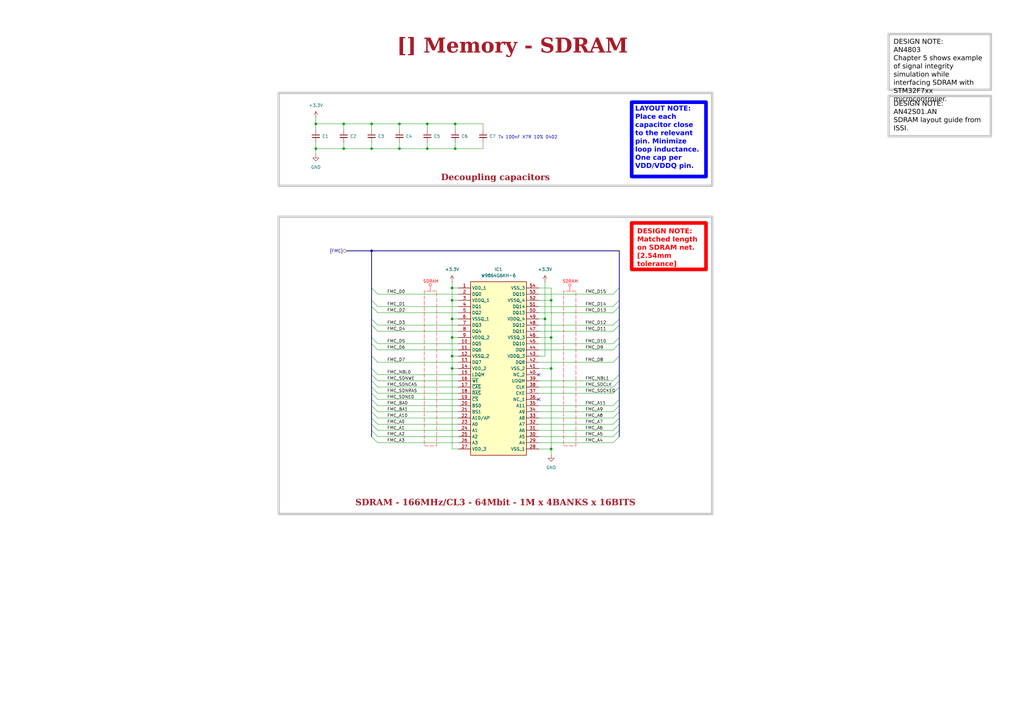
<source format=kicad_sch>
(kicad_sch (version 20250114) (generator "eeschema") (generator_version "9.0")
  (paper "A3")
  (title_block (title "Memory - SDRAM") (rev "${REVISION}") (company "${COMPANY}"))
  (lib_symbols
    (symbol "0_capacitors:CL05B104KO5NNNC" (pin_numbers (hide yes)) (pin_names (offset 0.254) (hide yes))
      (property "Reference" "C" (at 0.254 1.778 0))
      (property "Value" "100nF" (at 0.254 -2.032 0))
      (symbol "CL05B104KO5NNNC_0_1"
        (polyline (pts (xy -1.524 0.508) (xy 1.524 0.508)) (stroke (width 0.3048)))
        (polyline (pts (xy -1.524 -0.508) (xy 1.524 -0.508)) (stroke (width 0.3302)))
      )
      (symbol "CL05B104KO5NNNC_1_1"
        (pin passive line (at 0 2.54 270) (length 2.032) (name "~") (number "1"))
        (pin passive line (at 0 -2.54 90) (length 2.032) (name "~") (number "2"))
      )
    )
    (symbol "0_integrated_circuits:W9864G6KH-6"
      (property "Reference" "IC" (at 29.21 7.62 0))
      (property "Value" "W9864G6KH-6" (at 29.21 5.08 0))
      (symbol "W9864G6KH-6_1_1"
        (rectangle (start 5.08 2.54) (end 27.94 -68.58) (stroke (width 0.254)) (fill (type background)))
        (pin passive line (at 0 0 0) (length 5.08) (name "VDD_1") (number "1"))
        (pin passive line (at 0 -2.54 0) (length 5.08) (name "DQ0") (number "2"))
        (pin passive line (at 0 -5.08 0) (length 5.08) (name "VDDQ_1") (number "3"))
        (pin passive line (at 0 -7.62 0) (length 5.08) (name "DQ1") (number "4"))
        (pin passive line (at 0 -10.16 0) (length 5.08) (name "DQ2") (number "5"))
        (pin passive line (at 0 -12.7 0) (length 5.08) (name "VSSQ_1") (number "6"))
        (pin passive line (at 0 -15.24 0) (length 5.08) (name "DQ3") (number "7"))
        (pin passive line (at 0 -17.78 0) (length 5.08) (name "DQ4") (number "8"))
        (pin passive line (at 0 -20.32 0) (length 5.08) (name "VDDQ_2") (number "9"))
        (pin passive line (at 0 -22.86 0) (length 5.08) (name "DQ5") (number "10"))
        (pin passive line (at 0 -25.4 0) (length 5.08) (name "DQ6") (number "11"))
        (pin passive line (at 0 -27.94 0) (length 5.08) (name "VSSQ_2") (number "12"))
        (pin passive line (at 0 -30.48 0) (length 5.08) (name "DQ7") (number "13"))
        (pin passive line (at 0 -33.02 0) (length 5.08) (name "VDD_2") (number "14"))
        (pin passive line (at 0 -35.56 0) (length 5.08) (name "LDQM") (number "15"))
        (pin passive line (at 0 -38.1 0) (length 5.08) (name "~{WE}") (number "16"))
        (pin passive line (at 0 -40.64 0) (length 5.08) (name "~{CAS}") (number "17"))
        (pin passive line (at 0 -43.18 0) (length 5.08) (name "~{RAS}") (number "18"))
        (pin passive line (at 0 -45.72 0) (length 5.08) (name "~{CS}") (number "19"))
        (pin passive line (at 0 -48.26 0) (length 5.08) (name "BS0") (number "20"))
        (pin passive line (at 0 -50.8 0) (length 5.08) (name "BS1") (number "21"))
        (pin passive line (at 0 -53.34 0) (length 5.08) (name "A10/AP") (number "22"))
        (pin passive line (at 0 -55.88 0) (length 5.08) (name "A0") (number "23"))
        (pin passive line (at 0 -58.42 0) (length 5.08) (name "A1") (number "24"))
        (pin passive line (at 0 -60.96 0) (length 5.08) (name "A2") (number "25"))
        (pin passive line (at 0 -63.5 0) (length 5.08) (name "A3") (number "26"))
        (pin passive line (at 0 -66.04 0) (length 5.08) (name "VDD_3") (number "27"))
        (pin passive line (at 33.02 0 180) (length 5.08) (name "VSS_3") (number "54"))
        (pin passive line (at 33.02 -2.54 180) (length 5.08) (name "DQ15") (number "53"))
        (pin passive line (at 33.02 -5.08 180) (length 5.08) (name "VSSQ_4") (number "52"))
        (pin passive line (at 33.02 -7.62 180) (length 5.08) (name "DQ14") (number "51"))
        (pin passive line (at 33.02 -10.16 180) (length 5.08) (name "DQ13") (number "50"))
        (pin passive line (at 33.02 -12.7 180) (length 5.08) (name "VDDQ_4") (number "49"))
        (pin passive line (at 33.02 -15.24 180) (length 5.08) (name "DQ12") (number "48"))
        (pin passive line (at 33.02 -17.78 180) (length 5.08) (name "DQ11") (number "47"))
        (pin passive line (at 33.02 -20.32 180) (length 5.08) (name "VSSQ_3") (number "46"))
        (pin passive line (at 33.02 -22.86 180) (length 5.08) (name "DQ10") (number "45"))
        (pin passive line (at 33.02 -25.4 180) (length 5.08) (name "DQ9") (number "44"))
        (pin passive line (at 33.02 -27.94 180) (length 5.08) (name "VDDQ_3") (number "43"))
        (pin passive line (at 33.02 -30.48 180) (length 5.08) (name "DQ8") (number "42"))
        (pin passive line (at 33.02 -33.02 180) (length 5.08) (name "VSS_2") (number "41"))
        (pin passive line (at 33.02 -35.56 180) (length 5.08) (name "NC_2") (number "40"))
        (pin passive line (at 33.02 -38.1 180) (length 5.08) (name "UDQM") (number "39"))
        (pin passive line (at 33.02 -40.64 180) (length 5.08) (name "CLK") (number "38"))
        (pin passive line (at 33.02 -43.18 180) (length 5.08) (name "CKE") (number "37"))
        (pin passive line (at 33.02 -45.72 180) (length 5.08) (name "NC_1") (number "36"))
        (pin passive line (at 33.02 -48.26 180) (length 5.08) (name "A11") (number "35"))
        (pin passive line (at 33.02 -50.8 180) (length 5.08) (name "A9") (number "34"))
        (pin passive line (at 33.02 -53.34 180) (length 5.08) (name "A8") (number "33"))
        (pin passive line (at 33.02 -55.88 180) (length 5.08) (name "A7") (number "32"))
        (pin passive line (at 33.02 -58.42 180) (length 5.08) (name "A6") (number "31"))
        (pin passive line (at 33.02 -60.96 180) (length 5.08) (name "A5") (number "30"))
        (pin passive line (at 33.02 -63.5 180) (length 5.08) (name "A4") (number "29"))
        (pin passive line (at 33.02 -66.04 180) (length 5.08) (name "VSS_1") (number "28"))
      )
    )
    (symbol "power:+3.3V" (power) (pin_numbers (hide yes)) (pin_names (offset 0) (hide yes))
      (property "Value" "+3.3V" (at 0 3.556 0))
      (symbol "+3.3V_0_1"
        (polyline (pts (xy -0.762 1.27) (xy 0 2.54)))
        (polyline (pts (xy 0 2.54) (xy 0.762 1.27)))
        (polyline (pts (xy 0 0) (xy 0 2.54)))
      )
      (symbol "+3.3V_1_1"
        (pin power_in line (at 0 0 90) (length 0) (name "~") (number "1"))
      )
    )
    (symbol "power:GND" (power) (pin_numbers (hide yes)) (pin_names (offset 0) (hide yes))
      (property "Value" "GND" (at 0 -3.81 0))
      (symbol "GND_0_1"
        (polyline (pts (xy 0 0) (xy 0 -1.27) (xy 1.27 -1.27) (xy 0 -2.54) (xy -1.27 -1.27) (xy 0 -1.27)))
      )
      (symbol "GND_1_1"
        (pin power_in line (at 0 0 270) (length 0) (name "~") (number "1"))
      )
    )
  )
  (rectangle (start 114.3 38.1) (end 292.1 76.2) (stroke (width 1) (color 200 200 200 1)))
  (rectangle (start 114.3 88.9) (end 292.1 210.82) (stroke (width 1) (color 200 200 200 1)))
  (text "7x 100nF X7R 10% 0402" (at 216.408 56.388 0) (effects (font (size 1.27 1.27))))
  (text_box "DESIGN NOTE:\nMatched length on SDRAM net.\n[2.54mm tolerance]" (at 259.08 91.44 0) (size 30.48 19.05) (margins 2.25 2.25 2.25 2.25) (stroke (width 1.5) (color 255 0 0 1)) (effects (font (size 2 2) (thickness 0.4) (bold yes)) (justify left top)))
  (text_box "SDRAM - 166MHz/CL3 - 64Mbit - 1M x 4BANKS x 16BITS" (at 114.3 200.025 0) (size 177.8 9.525) (margins 1.9049 1.9049 1.9049 1.9049) (stroke (width -0.0001)) (effects (font (size 2.54 2.54) (thickness 0.508) (bold yes)) (justify bottom)))
  (text_box "[${#}] ${TITLE}" (at 12.7 12.7 0) (size 394.97 12.7) (margins 4.4999 4.4999 4.4999 4.4999) (stroke (width -0.0001)) (effects (font (size 6 6) (thickness 1.2) (bold yes))))
  (text_box "DESIGN NOTE:\nAN4803\nChapter 5 shows example of signal integrity simulation while interfacing SDRAM with STM32F7xx microcontroller." (at 364.49 13.97 0) (size 41.91 22.86) (margins 2 2 2 2) (stroke (width 1) (color 200 200 200 1)) (effects (font (size 2 2)) (justify left top)))
  (text_box "LAYOUT NOTE:\nPlace each capacitor close to the relevant pin. Minimize loop inductance.\nOne cap per VDD/VDDQ pin." (at 259.08 41.91 0) (size 30.48 30.48) (margins 1.4525 1.4525 1.4525 1.4525) (stroke (width 1.5) (color 0 0 255 1)) (effects (font (size 2 2) (thickness 0.4) (bold yes)) (justify left top)))
  (text_box "DESIGN NOTE:\nAN42S01.AN\nSDRAM layout guide from ISSI." (at 364.49 39.37 0) (size 41.91 16.51) (margins 2 2 2 2) (stroke (width 1) (color 200 200 200 1)) (effects (font (size 2 2)) (justify left top)))
  (text_box "Decoupling capacitors" (at 114.3 66.675 0) (size 177.8 9.525) (margins 1.9049 1.9049 1.9049 1.9049) (stroke (width -0.0001)) (effects (font (size 2.54 2.54) (thickness 0.508) (bold yes)) (justify bottom)))
  (junction (at 185.42 130.81))
  (junction (at 226.06 123.19))
  (junction (at 186.69 60.96))
  (junction (at 152.4 102.87))
  (junction (at 185.42 138.43))
  (junction (at 226.06 151.13))
  (junction (at 185.42 123.19))
  (junction (at 226.06 138.43))
  (junction (at 129.54 60.96))
  (junction (at 185.42 146.05))
  (junction (at 140.97 60.96))
  (junction (at 223.52 130.81))
  (junction (at 185.42 118.11))
  (junction (at 175.26 60.96))
  (junction (at 185.42 151.13))
  (junction (at 152.4 50.8))
  (junction (at 140.97 50.8))
  (junction (at 152.4 60.96))
  (junction (at 175.26 50.8))
  (junction (at 226.06 184.15))
  (junction (at 129.54 50.8))
  (junction (at 186.69 50.8))
  (junction (at 163.83 50.8))
  (junction (at 163.83 60.96))
  (no_connect (at 220.98 153.67))
  (no_connect (at 220.98 163.83))
  (bus_entry (at 152.4 171.45) (size 2.54 2.54))
  (bus_entry (at 152.4 179.07) (size 2.54 2.54))
  (bus_entry (at 254 153.67) (size -2.54 2.54))
  (bus_entry (at 152.4 168.91) (size 2.54 2.54))
  (bus_entry (at 152.4 161.29) (size 2.54 2.54))
  (bus_entry (at 254 176.53) (size -2.54 2.54))
  (bus_entry (at 152.4 158.75) (size 2.54 2.54))
  (bus_entry (at 254 125.73) (size -2.54 2.54))
  (bus_entry (at 254 156.21) (size -2.54 2.54))
  (bus_entry (at 152.4 146.05) (size 2.54 2.54))
  (bus_entry (at 254 133.35) (size -2.54 2.54))
  (bus_entry (at 254 171.45) (size -2.54 2.54))
  (bus_entry (at 152.4 156.21) (size 2.54 2.54))
  (bus_entry (at 254 140.97) (size -2.54 2.54))
  (bus_entry (at 152.4 125.73) (size 2.54 2.54))
  (bus_entry (at 254 179.07) (size -2.54 2.54))
  (bus_entry (at 254 168.91) (size -2.54 2.54))
  (bus_entry (at 254 166.37) (size -2.54 2.54))
  (bus_entry (at 152.4 118.11) (size 2.54 2.54))
  (bus_entry (at 254 138.43) (size -2.54 2.54))
  (bus_entry (at 152.4 153.67) (size 2.54 2.54))
  (bus_entry (at 152.4 130.81) (size 2.54 2.54))
  (bus_entry (at 152.4 173.99) (size 2.54 2.54))
  (bus_entry (at 152.4 176.53) (size 2.54 2.54))
  (bus_entry (at 254 163.83) (size -2.54 2.54))
  (bus_entry (at 152.4 151.13) (size 2.54 2.54))
  (bus_entry (at 152.4 123.19) (size 2.54 2.54))
  (bus_entry (at 152.4 138.43) (size 2.54 2.54))
  (bus_entry (at 254 130.81) (size -2.54 2.54))
  (bus_entry (at 152.4 166.37) (size 2.54 2.54))
  (bus_entry (at 254 173.99) (size -2.54 2.54))
  (bus_entry (at 254 118.11) (size -2.54 2.54))
  (bus_entry (at 254 158.75) (size -2.54 2.54))
  (bus_entry (at 254 123.19) (size -2.54 2.54))
  (bus_entry (at 254 146.05) (size -2.54 2.54))
  (bus_entry (at 152.4 140.97) (size 2.54 2.54))
  (bus_entry (at 152.4 133.35) (size 2.54 2.54))
  (bus_entry (at 152.4 163.83) (size 2.54 2.54))
  (wire (pts (xy 220.98 143.51) (xy 251.46 143.51)))
  (wire (pts (xy 175.26 60.96) (xy 163.83 60.96)))
  (wire (pts (xy 220.98 120.65) (xy 251.46 120.65)))
  (wire (pts (xy 186.69 50.8) (xy 175.26 50.8)))
  (wire (pts (xy 129.54 48.26) (xy 129.54 50.8)))
  (wire (pts (xy 220.98 133.35) (xy 251.46 133.35)))
  (wire (pts (xy 198.12 50.8) (xy 186.69 50.8)))
  (wire (pts (xy 185.42 123.19) (xy 185.42 130.81)))
  (wire (pts (xy 223.52 115.57) (xy 223.52 130.81)))
  (wire (pts (xy 163.83 60.96) (xy 152.4 60.96)))
  (wire (pts (xy 185.42 130.81) (xy 185.42 138.43)))
  (wire (pts (xy 154.94 125.73) (xy 187.96 125.73)))
  (wire (pts (xy 220.98 128.27) (xy 251.46 128.27)))
  (wire (pts (xy 185.42 138.43) (xy 185.42 146.05)))
  (wire (pts (xy 154.94 153.67) (xy 187.96 153.67)))
  (wire (pts (xy 154.94 181.61) (xy 187.96 181.61)))
  (wire (pts (xy 198.12 60.96) (xy 186.69 60.96)))
  (wire (pts (xy 152.4 50.8) (xy 152.4 53.34)))
  (wire (pts (xy 220.98 173.99) (xy 251.46 173.99)))
  (bus (pts (xy 142.24 102.87) (xy 152.4 102.87)))
  (wire (pts (xy 154.94 158.75) (xy 187.96 158.75)))
  (wire (pts (xy 140.97 50.8) (xy 140.97 53.34)))
  (wire (pts (xy 198.12 60.96) (xy 198.12 58.42)))
  (wire (pts (xy 220.98 161.29) (xy 251.46 161.29)))
  (wire (pts (xy 154.94 148.59) (xy 187.96 148.59)))
  (wire (pts (xy 220.98 156.21) (xy 251.46 156.21)))
  (wire (pts (xy 220.98 166.37) (xy 251.46 166.37)))
  (bus (pts (xy 152.4 146.05) (xy 152.4 151.13)))
  (bus (pts (xy 152.4 171.45) (xy 152.4 173.99)))
  (wire (pts (xy 152.4 50.8) (xy 140.97 50.8)))
  (wire (pts (xy 220.98 158.75) (xy 251.46 158.75)))
  (bus (pts (xy 152.4 140.97) (xy 152.4 146.05)))
  (wire (pts (xy 220.98 138.43) (xy 226.06 138.43)))
  (wire (pts (xy 220.98 168.91) (xy 251.46 168.91)))
  (bus (pts (xy 254 130.81) (xy 254 133.35)))
  (wire (pts (xy 154.94 166.37) (xy 187.96 166.37)))
  (bus (pts (xy 152.4 118.11) (xy 152.4 123.19)))
  (bus (pts (xy 152.4 166.37) (xy 152.4 168.91)))
  (wire (pts (xy 220.98 181.61) (xy 251.46 181.61)))
  (wire (pts (xy 154.94 163.83) (xy 187.96 163.83)))
  (wire (pts (xy 220.98 135.89) (xy 251.46 135.89)))
  (wire (pts (xy 223.52 130.81) (xy 223.52 146.05)))
  (wire (pts (xy 140.97 60.96) (xy 140.97 58.42)))
  (wire (pts (xy 186.69 60.96) (xy 175.26 60.96)))
  (wire (pts (xy 152.4 60.96) (xy 140.97 60.96)))
  (wire (pts (xy 154.94 176.53) (xy 187.96 176.53)))
  (wire (pts (xy 226.06 138.43) (xy 226.06 151.13)))
  (wire (pts (xy 220.98 146.05) (xy 223.52 146.05)))
  (wire (pts (xy 186.69 50.8) (xy 186.69 53.34)))
  (wire (pts (xy 154.94 128.27) (xy 187.96 128.27)))
  (wire (pts (xy 220.98 179.07) (xy 251.46 179.07)))
  (bus (pts (xy 152.4 161.29) (xy 152.4 163.83)))
  (bus (pts (xy 152.4 168.91) (xy 152.4 171.45)))
  (wire (pts (xy 152.4 60.96) (xy 152.4 58.42)))
  (wire (pts (xy 220.98 140.97) (xy 251.46 140.97)))
  (wire (pts (xy 154.94 179.07) (xy 187.96 179.07)))
  (bus (pts (xy 254 140.97) (xy 254 146.05)))
  (bus (pts (xy 254 166.37) (xy 254 168.91)))
  (wire (pts (xy 154.94 143.51) (xy 187.96 143.51)))
  (bus (pts (xy 254 138.43) (xy 254 140.97)))
  (bus (pts (xy 152.4 125.73) (xy 152.4 130.81)))
  (bus (pts (xy 152.4 123.19) (xy 152.4 125.73)))
  (wire (pts (xy 187.96 184.15) (xy 185.42 184.15)))
  (wire (pts (xy 220.98 118.11) (xy 226.06 118.11)))
  (wire (pts (xy 163.83 50.8) (xy 163.83 53.34)))
  (wire (pts (xy 185.42 115.57) (xy 185.42 118.11)))
  (bus (pts (xy 254 156.21) (xy 254 158.75)))
  (wire (pts (xy 220.98 130.81) (xy 223.52 130.81)))
  (wire (pts (xy 226.06 118.11) (xy 226.06 123.19)))
  (bus (pts (xy 254 153.67) (xy 254 156.21)))
  (wire (pts (xy 185.42 146.05) (xy 187.96 146.05)))
  (wire (pts (xy 154.94 171.45) (xy 187.96 171.45)))
  (wire (pts (xy 163.83 60.96) (xy 163.83 58.42)))
  (bus (pts (xy 152.4 138.43) (xy 152.4 140.97)))
  (wire (pts (xy 186.69 60.96) (xy 186.69 58.42)))
  (wire (pts (xy 175.26 50.8) (xy 163.83 50.8)))
  (wire (pts (xy 220.98 123.19) (xy 226.06 123.19)))
  (bus (pts (xy 254 168.91) (xy 254 171.45)))
  (bus (pts (xy 152.4 130.81) (xy 152.4 133.35)))
  (bus (pts (xy 152.4 102.87) (xy 152.4 118.11)))
  (bus (pts (xy 254 163.83) (xy 254 166.37)))
  (wire (pts (xy 226.06 123.19) (xy 226.06 138.43)))
  (bus (pts (xy 254 171.45) (xy 254 173.99)))
  (wire (pts (xy 175.26 50.8) (xy 175.26 53.34)))
  (wire (pts (xy 226.06 184.15) (xy 226.06 186.69)))
  (wire (pts (xy 185.42 118.11) (xy 187.96 118.11)))
  (bus (pts (xy 152.4 176.53) (xy 152.4 179.07)))
  (wire (pts (xy 226.06 151.13) (xy 226.06 184.15)))
  (bus (pts (xy 152.4 102.87) (xy 254 102.87)))
  (wire (pts (xy 220.98 148.59) (xy 251.46 148.59)))
  (wire (pts (xy 185.42 146.05) (xy 185.42 151.13)))
  (wire (pts (xy 185.42 184.15) (xy 185.42 151.13)))
  (wire (pts (xy 129.54 63.5) (xy 129.54 60.96)))
  (wire (pts (xy 140.97 60.96) (xy 129.54 60.96)))
  (wire (pts (xy 185.42 123.19) (xy 187.96 123.19)))
  (wire (pts (xy 163.83 50.8) (xy 152.4 50.8)))
  (wire (pts (xy 154.94 156.21) (xy 187.96 156.21)))
  (bus (pts (xy 152.4 156.21) (xy 152.4 158.75)))
  (bus (pts (xy 254 173.99) (xy 254 176.53)))
  (wire (pts (xy 187.96 151.13) (xy 185.42 151.13)))
  (wire (pts (xy 185.42 118.11) (xy 185.42 123.19)))
  (bus (pts (xy 152.4 153.67) (xy 152.4 156.21)))
  (wire (pts (xy 198.12 50.8) (xy 198.12 53.34)))
  (bus (pts (xy 254 158.75) (xy 254 163.83)))
  (wire (pts (xy 154.94 168.91) (xy 187.96 168.91)))
  (wire (pts (xy 129.54 60.96) (xy 129.54 58.42)))
  (bus (pts (xy 152.4 158.75) (xy 152.4 161.29)))
  (wire (pts (xy 154.94 140.97) (xy 187.96 140.97)))
  (wire (pts (xy 220.98 176.53) (xy 251.46 176.53)))
  (bus (pts (xy 254 123.19) (xy 254 125.73)))
  (wire (pts (xy 220.98 171.45) (xy 251.46 171.45)))
  (bus (pts (xy 254 102.87) (xy 254 118.11)))
  (wire (pts (xy 154.94 161.29) (xy 187.96 161.29)))
  (wire (pts (xy 154.94 120.65) (xy 187.96 120.65)))
  (bus (pts (xy 254 125.73) (xy 254 130.81)))
  (wire (pts (xy 175.26 60.96) (xy 175.26 58.42)))
  (wire (pts (xy 185.42 130.81) (xy 187.96 130.81)))
  (bus (pts (xy 152.4 163.83) (xy 152.4 166.37)))
  (wire (pts (xy 220.98 151.13) (xy 226.06 151.13)))
  (bus (pts (xy 254 146.05) (xy 254 153.67)))
  (bus (pts (xy 152.4 173.99) (xy 152.4 176.53)))
  (wire (pts (xy 220.98 184.15) (xy 226.06 184.15)))
  (wire (pts (xy 154.94 173.99) (xy 187.96 173.99)))
  (bus (pts (xy 254 133.35) (xy 254 138.43)))
  (bus (pts (xy 152.4 133.35) (xy 152.4 138.43)))
  (wire (pts (xy 140.97 50.8) (xy 129.54 50.8)))
  (wire (pts (xy 185.42 138.43) (xy 187.96 138.43)))
  (wire (pts (xy 129.54 50.8) (xy 129.54 53.34)))
  (bus (pts (xy 254 176.53) (xy 254 179.07)))
  (wire (pts (xy 154.94 135.89) (xy 187.96 135.89)))
  (bus (pts (xy 152.4 151.13) (xy 152.4 153.67)))
  (wire (pts (xy 154.94 133.35) (xy 187.96 133.35)))
  (bus (pts (xy 254 118.11) (xy 254 123.19)))
  (wire (pts (xy 220.98 125.73) (xy 251.46 125.73)))
  (label "FMC_SDCKE0" (at 240.03 161.29 0))
  (label "FMC_NBL0" (at 158.75 153.67 0))
  (label "FMC_D5" (at 158.75 140.97 0))
  (label "FMC_D4" (at 158.75 135.89 0))
  (label "FMC_D12" (at 240.03 133.35 0))
  (label "FMC_A4" (at 240.03 181.61 0))
  (label "FMC_D7" (at 158.75 148.59 0))
  (label "FMC_SDNE0" (at 158.75 163.83 0))
  (label "FMC_SDNWE" (at 158.75 156.21 0))
  (label "FMC_D2" (at 158.75 128.27 0))
  (label "FMC_D13" (at 240.03 128.27 0))
  (label "FMC_A10" (at 158.75 171.45 0))
  (label "FMC_SDNCAS" (at 158.75 158.75 0))
  (label "FMC_SDNRAS" (at 158.75 161.29 0))
  (label "FMC_D0" (at 158.75 120.65 0))
  (label "FMC_D3" (at 158.75 133.35 0))
  (label "FMC_NBL1" (at 240.03 156.21 0))
  (label "FMC_D11" (at 240.03 135.89 0))
  (label "FMC_D9" (at 240.03 143.51 0))
  (label "FMC_D8" (at 240.03 148.59 0))
  (label "FMC_A9" (at 240.03 168.91 0))
  (label "FMC_A7" (at 240.03 173.99 0))
  (label "FMC_SDCLK" (at 240.03 158.75 0))
  (label "FMC_D15" (at 240.03 120.65 0))
  (label "FMC_A0" (at 158.75 173.99 0))
  (label "FMC_A6" (at 240.03 176.53 0))
  (label "FMC_A2" (at 158.75 179.07 0))
  (label "FMC_A5" (at 240.03 179.07 0))
  (label "FMC_D6" (at 158.75 143.51 0))
  (label "FMC_D10" (at 240.03 140.97 0))
  (label "FMC_A11" (at 240.03 166.37 0))
  (label "FMC_A1" (at 158.75 176.53 0))
  (label "FMC_A8" (at 240.03 171.45 0))
  (label "FMC_D1" (at 158.75 125.73 0))
  (label "FMC_D14" (at 240.03 125.73 0))
  (label "FMC_BA1" (at 158.75 168.91 0))
  (label "FMC_A3" (at 158.75 181.61 0))
  (label "FMC_BA0" (at 158.75 166.37 0))
  (hierarchical_label "{FMC}" (shape input) (at 142.24 102.87 180))
  (rule_area (polyline (pts (xy 231.14 182.88) (xy 236.22 182.88) (xy 236.22 119.38) (xy 231.14 119.38)) (stroke (width 0) (type dash))))
  (rule_area (polyline (pts (xy 173.99 182.88) (xy 179.07 182.88) (xy 179.07 119.38) (xy 173.99 119.38)) (stroke (width 0) (type dash))))
  (netclass_flag "" (length 2.54) (shape round) (at 176.53 119.38 0) (property "Netclass" "SDRAM" (at 173.482 115.316 0) (effects (justify left))))
  (netclass_flag "" (length 2.54) (shape round) (at 233.68 119.38 0) (property "Netclass" "SDRAM" (at 230.632 115.316 0) (effects (justify left))))
  (symbol (lib_id "0_capacitors:CL05B104KO5NNNC") (at 129.54 55.88 0) (unit 1)
    (property "Reference" "C1" (at 132.08 55.88 0) (effects (justify left)))
    (property "Value" "100nF" (effects (hide yes)))
    (property "Footprint" "0_capacitors:C_0402_1005Metric" (effects (hide yes)))
    (property "Description" "Unpolarized capacitor, small symbol" (effects (hide yes)))
    (property "Supplier 1" "JLCPCB" (effects (hide yes)))
    (property "Supplier Part Number 1" "C1525" (effects (hide yes)))
  )
  (symbol (lib_id "power:+3.3V") (at 185.42 115.57 0) (unit 1)
    (property "Reference" "#PWR2" (effects (hide yes)))
    (property "Value" "+3.3V" (at 185.42 110.49 0))
    (property "Description" "Power symbol creates a global label with name \"+3.3V\"" (effects (hide yes)))
  )
  (symbol (lib_id "0_capacitors:CL05B104KO5NNNC") (at 198.12 55.88 0) (unit 1)
    (property "Reference" "C7" (at 200.66 55.88 0) (effects (justify left)))
    (property "Value" "100nF" (effects (hide yes)))
    (property "Footprint" "0_capacitors:C_0402_1005Metric" (effects (hide yes)))
    (property "Description" "Unpolarized capacitor, small symbol" (effects (hide yes)))
    (property "Supplier 1" "JLCPCB" (effects (hide yes)))
    (property "Supplier Part Number 1" "C1525" (effects (hide yes)))
  )
  (symbol (lib_id "power:GND") (at 129.54 63.5 0) (unit 1)
    (property "Reference" "#PWR3" (effects (hide yes)))
    (property "Value" "GND" (at 129.54 68.58 0))
    (property "Description" "Power symbol creates a global label with name \"GND\" , ground" (effects (hide yes)))
  )
  (symbol (lib_id "0_capacitors:CL05B104KO5NNNC") (at 152.4 55.88 0) (unit 1)
    (property "Reference" "C3" (at 154.94 55.88 0) (effects (justify left)))
    (property "Value" "100nF" (effects (hide yes)))
    (property "Footprint" "0_capacitors:C_0402_1005Metric" (effects (hide yes)))
    (property "Description" "Unpolarized capacitor, small symbol" (effects (hide yes)))
    (property "Supplier 1" "JLCPCB" (effects (hide yes)))
    (property "Supplier Part Number 1" "C1525" (effects (hide yes)))
  )
  (symbol (lib_id "power:+3.3V") (at 223.52 115.57 0) (unit 1)
    (property "Reference" "#PWR05" (effects (hide yes)))
    (property "Value" "+3.3V" (at 223.52 110.49 0))
    (property "Description" "Power symbol creates a global label with name \"+3.3V\"" (effects (hide yes)))
  )
  (symbol (lib_id "power:GND") (at 226.06 186.69 0) (unit 1)
    (property "Reference" "#PWR4" (effects (hide yes)))
    (property "Value" "GND" (at 226.06 191.77 0))
    (property "Description" "Power symbol creates a global label with name \"GND\" , ground" (effects (hide yes)))
  )
  (symbol (lib_id "0_capacitors:CL05B104KO5NNNC") (at 140.97 55.88 0) (unit 1)
    (property "Reference" "C2" (at 143.51 55.88 0) (effects (justify left)))
    (property "Value" "100nF" (effects (hide yes)))
    (property "Footprint" "0_capacitors:C_0402_1005Metric" (effects (hide yes)))
    (property "Description" "Unpolarized capacitor, small symbol" (effects (hide yes)))
    (property "Supplier 1" "JLCPCB" (effects (hide yes)))
    (property "Supplier Part Number 1" "C1525" (effects (hide yes)))
  )
  (symbol (lib_id "0_integrated_circuits:W9864G6KH-6") (at 187.96 118.11 0) (unit 1)
    (property "Reference" "IC1" (at 204.47 110.49 0))
    (property "Value" "W9864G6KH-6" (at 204.47 113.03 0))
    (property "Footprint" "0_integrated_circuits:SOP80P1176X120-54N" (effects (hide yes)))
    (property "Datasheet" "https://www.winbond.com/hq/search-resource-file.jsp?partNo=W9864G6KH-6&type=datasheet" (effects (hide yes)))
    (property "Description" "3.3V +/- 0.3V for -5, -5I, -6, -6I and -6J speed grades power supply  2.7V~3.6V for -7 speed grades power supply  Up to 200 MHz Clock Frequency  1,048,576 words  4 banks  16 bits organization  Self Refresh Current: Standard and Low Power  CAS Latency: 2 and 3  Burst Length: 1, 2, 4, 8 and full page  Sequential and Interleave Burst  Byte Data Controlled by LDQM, UDQM  Auto-precharge and Controlled Precharge  Burst Read, Single Writes Mode  4K Refresh Cycles/64 mS, @ -40C  TA  85C" (effects (hide yes)))
    (property "Height" "1.2" (effects (hide yes)))
    (property "Mouser Part Number" "454-W9864G6KH-6" (effects (hide yes)))
    (property "Mouser Price/Stock" "https://www.mouser.co.uk/ProductDetail/Winbond/W9864G6KH-6?qs=qSfuJ%252Bfl%2Fd7gvOG2BB7zqw%3D%3D" (effects (hide yes)))
    (property "Manufacturer_Name" "Winbond" (effects (hide yes)))
    (property "Manufacturer_Part_Number" "W9864G6KH-6" (effects (hide yes)))
    (property "Supplier 1" "JLCPCB" (effects (hide yes)))
    (property "Supplier Part Number 1" "C62378" (effects (hide yes)))
  )
  (symbol (lib_id "0_capacitors:CL05B104KO5NNNC") (at 163.83 55.88 0) (unit 1)
    (property "Reference" "C4" (at 166.37 55.88 0) (effects (justify left)))
    (property "Value" "100nF" (effects (hide yes)))
    (property "Footprint" "0_capacitors:C_0402_1005Metric" (effects (hide yes)))
    (property "Description" "Unpolarized capacitor, small symbol" (effects (hide yes)))
    (property "Supplier 1" "JLCPCB" (effects (hide yes)))
    (property "Supplier Part Number 1" "C1525" (effects (hide yes)))
  )
  (symbol (lib_id "0_capacitors:CL05B104KO5NNNC") (at 186.69 55.88 0) (unit 1)
    (property "Reference" "C6" (at 189.23 55.88 0) (effects (justify left)))
    (property "Value" "100nF" (effects (hide yes)))
    (property "Footprint" "0_capacitors:C_0402_1005Metric" (effects (hide yes)))
    (property "Description" "Unpolarized capacitor, small symbol" (effects (hide yes)))
    (property "Supplier 1" "JLCPCB" (effects (hide yes)))
    (property "Supplier Part Number 1" "C1525" (effects (hide yes)))
  )
  (symbol (lib_id "power:+3.3V") (at 129.54 48.26 0) (unit 1)
    (property "Reference" "#PWR1" (effects (hide yes)))
    (property "Value" "+3.3V" (at 129.54 43.18 0))
    (property "Description" "Power symbol creates a global label with name \"+3.3V\"" (effects (hide yes)))
  )
  (symbol (lib_id "0_capacitors:CL05B104KO5NNNC") (at 175.26 55.88 0) (unit 1)
    (property "Reference" "C5" (at 177.8725 55.88 0) (effects (justify left)))
    (property "Value" "100nF" (effects (hide yes)))
    (property "Footprint" "0_capacitors:C_0402_1005Metric" (effects (hide yes)))
    (property "Description" "Unpolarized capacitor, small symbol" (effects (hide yes)))
    (property "Supplier 1" "JLCPCB" (effects (hide yes)))
    (property "Supplier Part Number 1" "C1525" (effects (hide yes)))
  )
)
</source>
